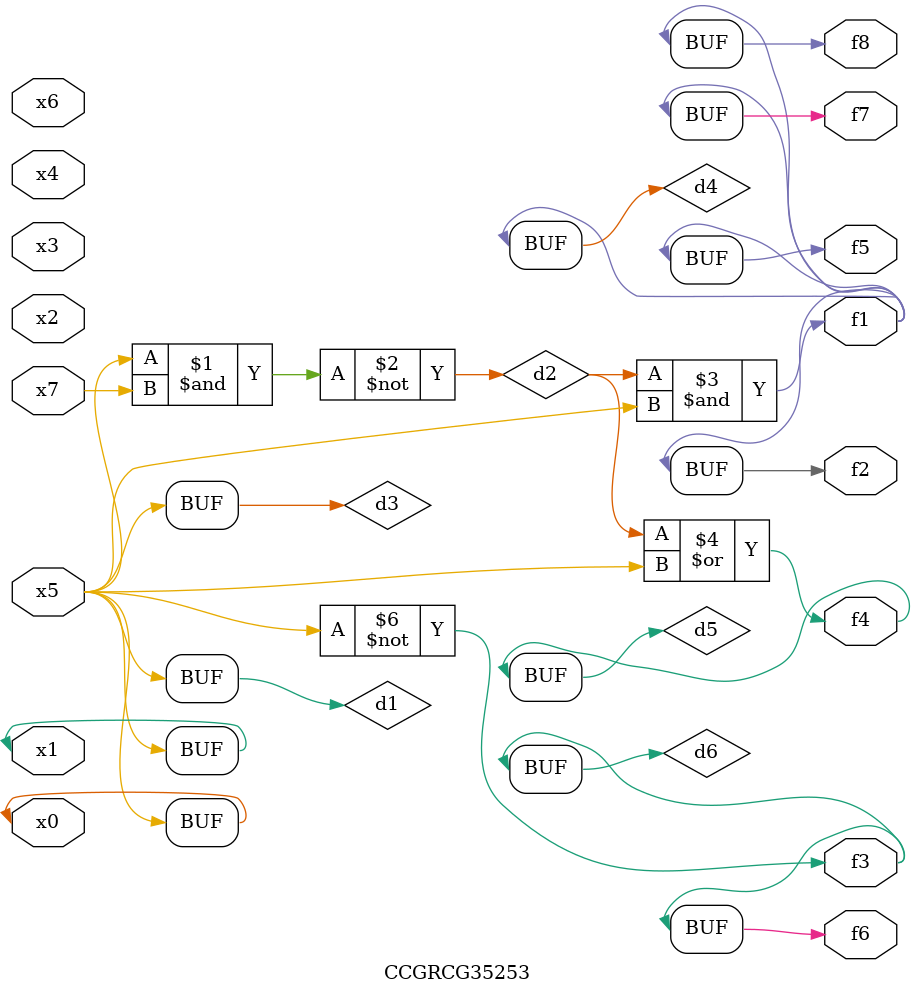
<source format=v>
module CCGRCG35253(
	input x0, x1, x2, x3, x4, x5, x6, x7,
	output f1, f2, f3, f4, f5, f6, f7, f8
);

	wire d1, d2, d3, d4, d5, d6;

	buf (d1, x0, x5);
	nand (d2, x5, x7);
	buf (d3, x0, x1);
	and (d4, d2, d3);
	or (d5, d2, d3);
	nor (d6, d1, d3);
	assign f1 = d4;
	assign f2 = d4;
	assign f3 = d6;
	assign f4 = d5;
	assign f5 = d4;
	assign f6 = d6;
	assign f7 = d4;
	assign f8 = d4;
endmodule

</source>
